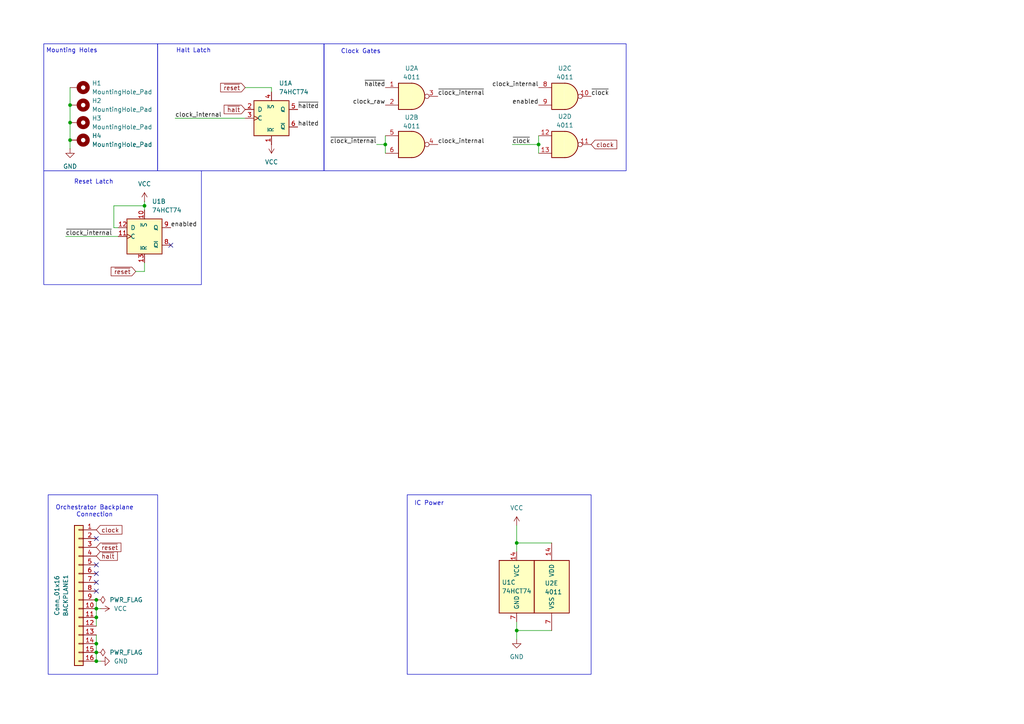
<source format=kicad_sch>
(kicad_sch (version 20250114) (generator "eeschema") (generator_version "9.0")
  (paper "A4")
  (title_block (title "PC-14 CLOCK MODULE") (date "2025-11-24") (rev "A"))
  (lib_symbols
    (symbol "4xxx:4011" (pin_names (offset 1.016))
      (property "Reference" "U" (at 0 1.27 0))
      (property "Value" "4011" (at 0 -1.27 0))
      (symbol "4011_1_1"
        (arc (start 0 3.81) (mid 3.7934 0) (end 0 -3.81) (stroke (width 0.254)) (fill (type background)))
        (polyline (pts (xy 0 3.81) (xy -3.81 3.81) (xy -3.81 -3.81) (xy 0 -3.81)) (stroke (width 0.254)) (fill (type background)))
        (pin input line (at -7.62 2.54 0) (length 3.81) (name "~") (number "1"))
        (pin input line (at -7.62 -2.54 0) (length 3.81) (name "~") (number "2"))
        (pin output inverted (at 7.62 0 180) (length 3.81) (name "~") (number "3"))
      )
      (symbol "4011_1_2"
        (arc (start -3.81 3.81) (mid -2.589 0) (end -3.81 -3.81) (stroke (width 0.254)))
        (polyline (pts (xy -3.81 3.81) (xy -0.635 3.81)) (stroke (width 0.254)) (fill (type background)))
        (polyline (pts (xy -3.81 -3.81) (xy -0.635 -3.81)) (stroke (width 0.254)) (fill (type background)))
        (arc (start 3.81 0) (mid 2.1855 -2.584) (end -0.6096 -3.81) (stroke (width 0.254)) (fill (type background)))
        (arc (start -0.6096 3.81) (mid 2.1928 2.5924) (end 3.81 0) (stroke (width 0.254)) (fill (type background)))
        (polyline (pts (xy -0.635 3.81) (xy -3.81 3.81) (xy -3.81 3.81) (xy -3.556 3.4036) (xy -3.0226 2.2606) (xy -2.6924 1.0414) (xy -2.6162 -0.254) (xy -2.7686 -1.4986) (xy -3.175 -2.7178) (xy -3.81 -3.81) (xy -3.81 -3.81) (xy -0.635 -3.81)) (stroke (width -25.4)) (fill (type background)))
        (pin input inverted (at -7.62 2.54 0) (length 4.318) (name "~") (number "1"))
        (pin input inverted (at -7.62 -2.54 0) (length 4.318) (name "~") (number "2"))
        (pin output line (at 7.62 0 180) (length 3.81) (name "~") (number "3"))
      )
      (symbol "4011_2_1"
        (arc (start 0 3.81) (mid 3.7934 0) (end 0 -3.81) (stroke (width 0.254)) (fill (type background)))
        (polyline (pts (xy 0 3.81) (xy -3.81 3.81) (xy -3.81 -3.81) (xy 0 -3.81)) (stroke (width 0.254)) (fill (type background)))
        (pin input line (at -7.62 2.54 0) (length 3.81) (name "~") (number "5"))
        (pin input line (at -7.62 -2.54 0) (length 3.81) (name "~") (number "6"))
        (pin output inverted (at 7.62 0 180) (length 3.81) (name "~") (number "4"))
      )
      (symbol "4011_2_2"
        (arc (start -3.81 3.81) (mid -2.589 0) (end -3.81 -3.81) (stroke (width 0.254)))
        (polyline (pts (xy -3.81 3.81) (xy -0.635 3.81)) (stroke (width 0.254)) (fill (type background)))
        (polyline (pts (xy -3.81 -3.81) (xy -0.635 -3.81)) (stroke (width 0.254)) (fill (type background)))
        (arc (start 3.81 0) (mid 2.1855 -2.584) (end -0.6096 -3.81) (stroke (width 0.254)) (fill (type background)))
        (arc (start -0.6096 3.81) (mid 2.1928 2.5924) (end 3.81 0) (stroke (width 0.254)) (fill (type background)))
        (polyline (pts (xy -0.635 3.81) (xy -3.81 3.81) (xy -3.81 3.81) (xy -3.556 3.4036) (xy -3.0226 2.2606) (xy -2.6924 1.0414) (xy -2.6162 -0.254) (xy -2.7686 -1.4986) (xy -3.175 -2.7178) (xy -3.81 -3.81) (xy -3.81 -3.81) (xy -0.635 -3.81)) (stroke (width -25.4)) (fill (type background)))
        (pin input inverted (at -7.62 2.54 0) (length 4.318) (name "~") (number "5"))
        (pin input inverted (at -7.62 -2.54 0) (length 4.318) (name "~") (number "6"))
        (pin output line (at 7.62 0 180) (length 3.81) (name "~") (number "4"))
      )
      (symbol "4011_3_1"
        (arc (start 0 3.81) (mid 3.7934 0) (end 0 -3.81) (stroke (width 0.254)) (fill (type background)))
        (polyline (pts (xy 0 3.81) (xy -3.81 3.81) (xy -3.81 -3.81) (xy 0 -3.81)) (stroke (width 0.254)) (fill (type background)))
        (pin input line (at -7.62 2.54 0) (length 3.81) (name "~") (number "8"))
        (pin input line (at -7.62 -2.54 0) (length 3.81) (name "~") (number "9"))
        (pin output inverted (at 7.62 0 180) (length 3.81) (name "~") (number "10"))
      )
      (symbol "4011_3_2"
        (arc (start -3.81 3.81) (mid -2.589 0) (end -3.81 -3.81) (stroke (width 0.254)))
        (polyline (pts (xy -3.81 3.81) (xy -0.635 3.81)) (stroke (width 0.254)) (fill (type background)))
        (polyline (pts (xy -3.81 -3.81) (xy -0.635 -3.81)) (stroke (width 0.254)) (fill (type background)))
        (arc (start 3.81 0) (mid 2.1855 -2.584) (end -0.6096 -3.81) (stroke (width 0.254)) (fill (type background)))
        (arc (start -0.6096 3.81) (mid 2.1928 2.5924) (end 3.81 0) (stroke (width 0.254)) (fill (type background)))
        (polyline (pts (xy -0.635 3.81) (xy -3.81 3.81) (xy -3.81 3.81) (xy -3.556 3.4036) (xy -3.0226 2.2606) (xy -2.6924 1.0414) (xy -2.6162 -0.254) (xy -2.7686 -1.4986) (xy -3.175 -2.7178) (xy -3.81 -3.81) (xy -3.81 -3.81) (xy -0.635 -3.81)) (stroke (width -25.4)) (fill (type background)))
        (pin input inverted (at -7.62 2.54 0) (length 4.318) (name "~") (number "8"))
        (pin input inverted (at -7.62 -2.54 0) (length 4.318) (name "~") (number "9"))
        (pin output line (at 7.62 0 180) (length 3.81) (name "~") (number "10"))
      )
      (symbol "4011_4_1"
        (arc (start 0 3.81) (mid 3.7934 0) (end 0 -3.81) (stroke (width 0.254)) (fill (type background)))
        (polyline (pts (xy 0 3.81) (xy -3.81 3.81) (xy -3.81 -3.81) (xy 0 -3.81)) (stroke (width 0.254)) (fill (type background)))
        (pin input line (at -7.62 2.54 0) (length 3.81) (name "~") (number "12"))
        (pin input line (at -7.62 -2.54 0) (length 3.81) (name "~") (number "13"))
        (pin output inverted (at 7.62 0 180) (length 3.81) (name "~") (number "11"))
      )
      (symbol "4011_4_2"
        (arc (start -3.81 3.81) (mid -2.589 0) (end -3.81 -3.81) (stroke (width 0.254)))
        (polyline (pts (xy -3.81 3.81) (xy -0.635 3.81)) (stroke (width 0.254)) (fill (type background)))
        (polyline (pts (xy -3.81 -3.81) (xy -0.635 -3.81)) (stroke (width 0.254)) (fill (type background)))
        (arc (start 3.81 0) (mid 2.1855 -2.584) (end -0.6096 -3.81) (stroke (width 0.254)) (fill (type background)))
        (arc (start -0.6096 3.81) (mid 2.1928 2.5924) (end 3.81 0) (stroke (width 0.254)) (fill (type background)))
        (polyline (pts (xy -0.635 3.81) (xy -3.81 3.81) (xy -3.81 3.81) (xy -3.556 3.4036) (xy -3.0226 2.2606) (xy -2.6924 1.0414) (xy -2.6162 -0.254) (xy -2.7686 -1.4986) (xy -3.175 -2.7178) (xy -3.81 -3.81) (xy -3.81 -3.81) (xy -0.635 -3.81)) (stroke (width -25.4)) (fill (type background)))
        (pin input inverted (at -7.62 2.54 0) (length 4.318) (name "~") (number "12"))
        (pin input inverted (at -7.62 -2.54 0) (length 4.318) (name "~") (number "13"))
        (pin output line (at 7.62 0 180) (length 3.81) (name "~") (number "11"))
      )
      (symbol "4011_5_0"
        (pin power_in line (at 0 12.7 270) (length 5.08) (name "VDD") (number "14"))
        (pin power_in line (at 0 -12.7 90) (length 5.08) (name "VSS") (number "7"))
      )
      (symbol "4011_5_1"
        (rectangle (start -5.08 7.62) (end 5.08 -7.62) (stroke (width 0.254)) (fill (type background)))
      )
    )
    (symbol "74xx:74HCT74" (pin_names (offset 1.016))
      (property "Reference" "U" (at -7.62 8.89 0))
      (property "Value" "74HCT74" (at -7.62 -8.89 0))
      (symbol "74HCT74_1_0"
        (pin input line (at -7.62 2.54 0) (length 2.54) (name "D") (number "2"))
        (pin input clock (at -7.62 0 0) (length 2.54) (name "C") (number "3"))
        (pin input line (at 0 7.62 270) (length 2.54) (name "~{S}") (number "4"))
        (pin input line (at 0 -7.62 90) (length 2.54) (name "~{R}") (number "1"))
        (pin output line (at 7.62 2.54 180) (length 2.54) (name "Q") (number "5"))
        (pin output line (at 7.62 -2.54 180) (length 2.54) (name "~{Q}") (number "6"))
      )
      (symbol "74HCT74_1_1"
        (rectangle (start -5.08 5.08) (end 5.08 -5.08) (stroke (width 0.254)) (fill (type background)))
      )
      (symbol "74HCT74_2_0"
        (pin input line (at -7.62 2.54 0) (length 2.54) (name "D") (number "12"))
        (pin input clock (at -7.62 0 0) (length 2.54) (name "C") (number "11"))
        (pin input line (at 0 7.62 270) (length 2.54) (name "~{S}") (number "10"))
        (pin input line (at 0 -7.62 90) (length 2.54) (name "~{R}") (number "13"))
        (pin output line (at 7.62 2.54 180) (length 2.54) (name "Q") (number "9"))
        (pin output line (at 7.62 -2.54 180) (length 2.54) (name "~{Q}") (number "8"))
      )
      (symbol "74HCT74_2_1"
        (rectangle (start -5.08 5.08) (end 5.08 -5.08) (stroke (width 0.254)) (fill (type background)))
      )
      (symbol "74HCT74_3_0"
        (pin power_in line (at 0 10.16 270) (length 2.54) (name "VCC") (number "14"))
        (pin power_in line (at 0 -10.16 90) (length 2.54) (name "GND") (number "7"))
      )
      (symbol "74HCT74_3_1"
        (rectangle (start -5.08 7.62) (end 5.08 -7.62) (stroke (width 0.254)) (fill (type background)))
      )
    )
    (symbol "Connector_Generic:Conn_01x16" (pin_names (offset 1.016) (hide yes))
      (property "Reference" "J" (at 0 20.32 0))
      (property "Value" "Conn_01x16" (at 0 -22.86 0))
      (symbol "Conn_01x16_1_1"
        (rectangle (start -1.27 19.05) (end 1.27 -21.59) (stroke (width 0.254)) (fill (type background)))
        (rectangle (start -1.27 17.907) (end 0 17.653) (stroke (width 0.1524)))
        (rectangle (start -1.27 15.367) (end 0 15.113) (stroke (width 0.1524)))
        (rectangle (start -1.27 12.827) (end 0 12.573) (stroke (width 0.1524)))
        (rectangle (start -1.27 10.287) (end 0 10.033) (stroke (width 0.1524)))
        (rectangle (start -1.27 7.747) (end 0 7.493) (stroke (width 0.1524)))
        (rectangle (start -1.27 5.207) (end 0 4.953) (stroke (width 0.1524)))
        (rectangle (start -1.27 2.667) (end 0 2.413) (stroke (width 0.1524)))
        (rectangle (start -1.27 0.127) (end 0 -0.127) (stroke (width 0.1524)))
        (rectangle (start -1.27 -2.413) (end 0 -2.667) (stroke (width 0.1524)))
        (rectangle (start -1.27 -4.953) (end 0 -5.207) (stroke (width 0.1524)))
        (rectangle (start -1.27 -7.493) (end 0 -7.747) (stroke (width 0.1524)))
        (rectangle (start -1.27 -10.033) (end 0 -10.287) (stroke (width 0.1524)))
        (rectangle (start -1.27 -12.573) (end 0 -12.827) (stroke (width 0.1524)))
        (rectangle (start -1.27 -15.113) (end 0 -15.367) (stroke (width 0.1524)))
        (rectangle (start -1.27 -17.653) (end 0 -17.907) (stroke (width 0.1524)))
        (rectangle (start -1.27 -20.193) (end 0 -20.447) (stroke (width 0.1524)))
        (pin passive line (at -5.08 17.78 0) (length 3.81) (name "Pin_1") (number "1"))
        (pin passive line (at -5.08 15.24 0) (length 3.81) (name "Pin_2") (number "2"))
        (pin passive line (at -5.08 12.7 0) (length 3.81) (name "Pin_3") (number "3"))
        (pin passive line (at -5.08 10.16 0) (length 3.81) (name "Pin_4") (number "4"))
        (pin passive line (at -5.08 7.62 0) (length 3.81) (name "Pin_5") (number "5"))
        (pin passive line (at -5.08 5.08 0) (length 3.81) (name "Pin_6") (number "6"))
        (pin passive line (at -5.08 2.54 0) (length 3.81) (name "Pin_7") (number "7"))
        (pin passive line (at -5.08 0 0) (length 3.81) (name "Pin_8") (number "8"))
        (pin passive line (at -5.08 -2.54 0) (length 3.81) (name "Pin_9") (number "9"))
        (pin passive line (at -5.08 -5.08 0) (length 3.81) (name "Pin_10") (number "10"))
        (pin passive line (at -5.08 -7.62 0) (length 3.81) (name "Pin_11") (number "11"))
        (pin passive line (at -5.08 -10.16 0) (length 3.81) (name "Pin_12") (number "12"))
        (pin passive line (at -5.08 -12.7 0) (length 3.81) (name "Pin_13") (number "13"))
        (pin passive line (at -5.08 -15.24 0) (length 3.81) (name "Pin_14") (number "14"))
        (pin passive line (at -5.08 -17.78 0) (length 3.81) (name "Pin_15") (number "15"))
        (pin passive line (at -5.08 -20.32 0) (length 3.81) (name "Pin_16") (number "16"))
      )
    )
    (symbol "Mechanical:MountingHole_Pad" (pin_numbers (hide yes)) (pin_names (offset 1.016) (hide yes)) (exclude_from_sim yes) (in_bom no)
      (property "Reference" "H" (at 0 6.35 0))
      (property "Value" "MountingHole_Pad" (at 0 4.445 0))
      (symbol "MountingHole_Pad_0_1"
        (circle (center 0 1.27) (radius 1.27) (stroke (width 1.27)))
      )
      (symbol "MountingHole_Pad_1_1"
        (pin input line (at 0 -2.54 90) (length 2.54) (name "1") (number "1"))
      )
    )
    (symbol "power:GND" (power) (pin_numbers (hide yes)) (pin_names (offset 0) (hide yes))
      (property "Value" "GND" (at 0 -3.81 0))
      (symbol "GND_0_1"
        (polyline (pts (xy 0 0) (xy 0 -1.27) (xy 1.27 -1.27) (xy 0 -2.54) (xy -1.27 -1.27) (xy 0 -1.27)))
      )
      (symbol "GND_1_1"
        (pin power_in line (at 0 0 270) (length 0) (name "~") (number "1"))
      )
    )
    (symbol "power:PWR_FLAG" (power) (pin_numbers (hide yes)) (pin_names (offset 0) (hide yes))
      (property "Value" "PWR_FLAG" (at 0 3.81 0))
      (symbol "PWR_FLAG_0_0"
        (pin power_out line (at 0 0 90) (length 0) (name "~") (number "1"))
      )
      (symbol "PWR_FLAG_0_1"
        (polyline (pts (xy 0 0) (xy 0 1.27) (xy -1.016 1.905) (xy 0 2.54) (xy 1.016 1.905) (xy 0 1.27)))
      )
    )
    (symbol "power:VCC" (power) (pin_numbers (hide yes)) (pin_names (offset 0) (hide yes))
      (property "Value" "VCC" (at 0 3.556 0))
      (symbol "VCC_0_1"
        (polyline (pts (xy -0.762 1.27) (xy 0 2.54)))
        (polyline (pts (xy 0 2.54) (xy 0.762 1.27)))
        (polyline (pts (xy 0 0) (xy 0 2.54)))
      )
      (symbol "VCC_1_1"
        (pin power_in line (at 0 0 90) (length 0) (name "~") (number "1"))
      )
    )
  )
  (rectangle (start 45.72 12.7) (end 93.98 49.53))
  (rectangle (start 12.7 12.7) (end 45.72 49.53))
  (rectangle (start 13.97 143.51) (end 45.72 195.58))
  (rectangle (start 12.7 49.53) (end 58.42 82.55))
  (rectangle (start 118.11 143.51) (end 171.45 195.58))
  (rectangle (start 93.98 12.7) (end 181.61 49.53))
  (text "Mounting Holes" (at 20.828 14.732 0) (effects (font (size 1.27 1.27))))
  (text "IC Power" (at 124.46 146.05 0) (effects (font (size 1.27 1.27))))
  (text "Reset Latch" (at 27.178 52.832 0) (effects (font (size 1.27 1.27))))
  (text "Halt Latch\n" (at 56.134 14.732 0) (effects (font (size 1.27 1.27))))
  (text "Orchestrator Backplane\nConnection" (at 27.432 148.336 0) (effects (font (size 1.27 1.27))))
  (text "Clock Gates" (at 104.648 14.986 0) (effects (font (size 1.27 1.27))))
  (junction (at 149.86 182.88))
  (junction (at 111.76 41.91))
  (junction (at 27.94 189.23))
  (junction (at 27.94 176.53))
  (junction (at 27.94 191.77))
  (junction (at 156.21 41.91))
  (junction (at 20.32 40.64))
  (junction (at 41.91 59.69))
  (junction (at 20.32 35.56))
  (junction (at 27.94 173.99))
  (junction (at 27.94 179.07))
  (junction (at 27.94 186.69))
  (junction (at 149.86 157.48))
  (junction (at 20.32 30.48))
  (no_connect (at 27.94 166.37))
  (no_connect (at 27.94 156.21))
  (no_connect (at 49.53 71.12))
  (no_connect (at 27.94 163.83))
  (no_connect (at 27.94 171.45))
  (no_connect (at 27.94 168.91))
  (wire (pts (xy 34.29 66.04) (xy 33.02 66.04)))
  (wire (pts (xy 50.8 34.29) (xy 71.12 34.29)))
  (wire (pts (xy 27.94 184.15) (xy 27.94 186.69)))
  (wire (pts (xy 149.86 152.4) (xy 149.86 157.48)))
  (wire (pts (xy 149.86 157.48) (xy 149.86 160.02)))
  (wire (pts (xy 29.21 191.77) (xy 27.94 191.77)))
  (wire (pts (xy 20.32 35.56) (xy 20.32 40.64)))
  (wire (pts (xy 20.32 25.4) (xy 20.32 30.48)))
  (wire (pts (xy 27.94 179.07) (xy 27.94 181.61)))
  (wire (pts (xy 148.59 41.91) (xy 156.21 41.91)))
  (wire (pts (xy 78.74 25.4) (xy 78.74 26.67)))
  (wire (pts (xy 111.76 41.91) (xy 111.76 44.45)))
  (wire (pts (xy 149.86 180.34) (xy 149.86 182.88)))
  (wire (pts (xy 41.91 58.42) (xy 41.91 59.69)))
  (wire (pts (xy 41.91 59.69) (xy 41.91 60.96)))
  (wire (pts (xy 27.94 176.53) (xy 27.94 173.99)))
  (wire (pts (xy 109.22 41.91) (xy 111.76 41.91)))
  (wire (pts (xy 41.91 78.74) (xy 39.37 78.74)))
  (wire (pts (xy 27.94 186.69) (xy 27.94 189.23)))
  (wire (pts (xy 27.94 176.53) (xy 27.94 179.07)))
  (wire (pts (xy 156.21 41.91) (xy 156.21 44.45)))
  (wire (pts (xy 156.21 39.37) (xy 156.21 41.91)))
  (wire (pts (xy 41.91 76.2) (xy 41.91 78.74)))
  (wire (pts (xy 149.86 157.48) (xy 160.02 157.48)))
  (wire (pts (xy 71.12 25.4) (xy 78.74 25.4)))
  (wire (pts (xy 111.76 39.37) (xy 111.76 41.91)))
  (wire (pts (xy 160.02 182.88) (xy 149.86 182.88)))
  (wire (pts (xy 33.02 59.69) (xy 41.91 59.69)))
  (wire (pts (xy 33.02 66.04) (xy 33.02 59.69)))
  (wire (pts (xy 149.86 182.88) (xy 149.86 185.42)))
  (wire (pts (xy 29.21 176.53) (xy 27.94 176.53)))
  (wire (pts (xy 27.94 189.23) (xy 27.94 191.77)))
  (wire (pts (xy 20.32 43.18) (xy 20.32 40.64)))
  (wire (pts (xy 19.05 68.58) (xy 34.29 68.58)))
  (wire (pts (xy 20.32 30.48) (xy 20.32 35.56)))
  (label "clock_internal" (at 50.8 34.29 0))
  (label "enabled" (at 156.21 30.48 180))
  (label "~{clock_internal}" (at 19.05 68.58 0))
  (label "enabled" (at 49.53 66.04 0))
  (label "~{halted}" (at 86.36 31.75 0))
  (label "~{clock}" (at 148.59 41.91 0))
  (label "~{clock}" (at 171.45 27.94 0))
  (label "~{clock_internal}" (at 127 27.94 0))
  (label "~{clock_internal}" (at 109.22 41.91 180))
  (label "clock_internal" (at 127 41.91 0))
  (label "clock_internal" (at 156.21 25.4 180))
  (label "halted" (at 86.36 36.83 0))
  (label "~{halted}" (at 111.76 25.4 180))
  (label "clock_raw" (at 111.76 30.48 180))
  (global_label "~{reset}" (shape input) (at 27.94 158.75 0) (property "Intersheetrefs" "${INTERSHEET_REFS}" (effects (hide yes))))
  (global_label "~{halt}" (shape input) (at 71.12 31.75 180) (property "Intersheetrefs" "${INTERSHEET_REFS}" (effects (hide yes))))
  (global_label "~{halt}" (shape input) (at 27.94 161.29 0) (property "Intersheetrefs" "${INTERSHEET_REFS}" (effects (hide yes))))
  (global_label "~{reset}" (shape input) (at 71.12 25.4 180) (property "Intersheetrefs" "${INTERSHEET_REFS}" (effects (hide yes))))
  (global_label "~{reset}" (shape input) (at 39.37 78.74 180) (property "Intersheetrefs" "${INTERSHEET_REFS}" (effects (hide yes))))
  (global_label "clock" (shape input) (at 171.45 41.91 0) (property "Intersheetrefs" "${INTERSHEET_REFS}" (effects (hide yes))))
  (global_label "clock" (shape input) (at 27.94 153.67 0) (property "Intersheetrefs" "${INTERSHEET_REFS}" (effects (hide yes))))
  (symbol (lib_id "power:GND") (at 29.21 191.77 90) (mirror x) (unit 1)
    (property "Reference" "#PWR03" (effects (hide yes)))
    (property "Value" "GND" (at 33.02 191.7699 90) (effects (justify right)))
    (property "Description" "Power symbol creates a global label with name \"GND\" , ground" (effects (hide yes)))
  )
  (symbol (lib_id "4xxx:4011") (at 163.83 41.91 0) (unit 4)
    (property "Reference" "U2" (at 163.83 33.782 0))
    (property "Value" "4011" (at 163.83 36.322 0))
    (property "Datasheet" "http://www.intersil.com/content/dam/Intersil/documents/cd40/cd4011bms-12bms-23bms.pdf" (effects (hide yes)))
    (property "Description" "Quad Nand 2 inputs" (effects (hide yes)))
  )
  (symbol (lib_id "power:GND") (at 149.86 185.42 0) (unit 1)
    (property "Reference" "#PWR07" (effects (hide yes)))
    (property "Value" "GND" (at 149.86 190.5 0))
    (property "Description" "Power symbol creates a global label with name \"GND\" , ground" (effects (hide yes)))
  )
  (symbol (lib_id "power:VCC") (at 29.21 176.53 270) (mirror x) (unit 1)
    (property "Reference" "#PWR02" (effects (hide yes)))
    (property "Value" "VCC" (at 33.02 176.5299 90) (effects (justify left)))
    (property "Description" "Power symbol creates a global label with name \"VCC\"" (effects (hide yes)))
  )
  (symbol (lib_id "4xxx:4011") (at 119.38 27.94 0) (unit 1)
    (property "Reference" "U2" (at 119.38 19.812 0))
    (property "Value" "4011" (at 119.38 22.352 0))
    (property "Datasheet" "http://www.intersil.com/content/dam/Intersil/documents/cd40/cd4011bms-12bms-23bms.pdf" (effects (hide yes)))
    (property "Description" "Quad Nand 2 inputs" (effects (hide yes)))
  )
  (symbol (lib_id "Mechanical:MountingHole_Pad") (at 22.86 30.48 270) (unit 1) (exclude_from_sim yes) (in_bom no)
    (property "Reference" "H2" (at 26.67 29.2099 90) (effects (justify left)))
    (property "Value" "MountingHole_Pad" (at 26.67 31.7499 90) (effects (justify left)))
    (property "Footprint" "MountingHole:MountingHole_3.2mm_M3_Pad_Via" (effects (hide yes)))
    (property "Description" "Mounting Hole with connection" (effects (hide yes)))
  )
  (symbol (lib_id "power:VCC") (at 41.91 58.42 0) (unit 1)
    (property "Reference" "#PWR05" (effects (hide yes)))
    (property "Value" "VCC" (at 41.91 53.34 0))
    (property "Description" "Power symbol creates a global label with name \"VCC\"" (effects (hide yes)))
  )
  (symbol (lib_id "power:VCC") (at 78.74 41.91 180) (unit 1)
    (property "Reference" "#PWR04" (effects (hide yes)))
    (property "Value" "VCC" (at 78.74 46.99 0))
    (property "Description" "Power symbol creates a global label with name \"VCC\"" (effects (hide yes)))
  )
  (symbol (lib_id "74xx:74HCT74") (at 149.86 170.18 0) (unit 3)
    (property "Reference" "U1" (at 145.542 168.91 0) (effects (justify left)))
    (property "Value" "74HCT74" (at 145.542 171.45 0) (effects (justify left)))
    (property "Datasheet" "https://assets.nexperia.com/documents/data-sheet/74HC_HCT74.pdf" (effects (hide yes)))
    (property "Description" "Dual D Flip-flop, Set & Reset" (effects (hide yes)))
  )
  (symbol (lib_id "Mechanical:MountingHole_Pad") (at 22.86 25.4 270) (unit 1) (exclude_from_sim yes) (in_bom no)
    (property "Reference" "H1" (at 26.67 24.1299 90) (effects (justify left)))
    (property "Value" "MountingHole_Pad" (at 26.67 26.6699 90) (effects (justify left)))
    (property "Footprint" "MountingHole:MountingHole_3.2mm_M3_Pad_Via" (effects (hide yes)))
    (property "Description" "Mounting Hole with connection" (effects (hide yes)))
  )
  (symbol (lib_id "power:VCC") (at 149.86 152.4 0) (unit 1)
    (property "Reference" "#PWR06" (effects (hide yes)))
    (property "Value" "VCC" (at 149.86 147.32 0))
    (property "Description" "Power symbol creates a global label with name \"VCC\"" (effects (hide yes)))
  )
  (symbol (lib_id "power:GND") (at 20.32 43.18 0) (unit 1)
    (property "Reference" "#PWR01" (effects (hide yes)))
    (property "Value" "GND" (at 20.32 48.26 0))
    (property "Description" "Power symbol creates a global label with name \"GND\" , ground" (effects (hide yes)))
  )
  (symbol (lib_id "74xx:74HCT74") (at 78.74 34.29 0) (unit 1)
    (property "Reference" "U1" (at 80.8833 24.13 0) (effects (justify left)))
    (property "Value" "74HCT74" (at 80.8833 26.67 0) (effects (justify left)))
    (property "Datasheet" "https://assets.nexperia.com/documents/data-sheet/74HC_HCT74.pdf" (effects (hide yes)))
    (property "Description" "Dual D Flip-flop, Set & Reset" (effects (hide yes)))
  )
  (symbol (lib_id "Mechanical:MountingHole_Pad") (at 22.86 35.56 270) (unit 1) (exclude_from_sim yes) (in_bom no)
    (property "Reference" "H3" (at 26.67 34.2899 90) (effects (justify left)))
    (property "Value" "MountingHole_Pad" (at 26.67 36.8299 90) (effects (justify left)))
    (property "Footprint" "MountingHole:MountingHole_3.2mm_M3_Pad_Via" (effects (hide yes)))
    (property "Description" "Mounting Hole with connection" (effects (hide yes)))
  )
  (symbol (lib_id "74xx:74HCT74") (at 41.91 68.58 0) (unit 2)
    (property "Reference" "U1" (at 44.0533 58.42 0) (effects (justify left)))
    (property "Value" "74HCT74" (at 44.0533 60.96 0) (effects (justify left)))
    (property "Datasheet" "https://assets.nexperia.com/documents/data-sheet/74HC_HCT74.pdf" (effects (hide yes)))
    (property "Description" "Dual D Flip-flop, Set & Reset" (effects (hide yes)))
  )
  (symbol (lib_id "power:PWR_FLAG") (at 27.94 189.23 270) (mirror x) (unit 1)
    (property "Reference" "#FLG02" (effects (hide yes)))
    (property "Value" "PWR_FLAG" (at 31.75 189.2299 90) (effects (justify left)))
    (property "Description" "Special symbol for telling ERC where power comes from" (effects (hide yes)))
  )
  (symbol (lib_id "Mechanical:MountingHole_Pad") (at 22.86 40.64 270) (unit 1) (exclude_from_sim yes) (in_bom no)
    (property "Reference" "H4" (at 26.67 39.3699 90) (effects (justify left)))
    (property "Value" "MountingHole_Pad" (at 26.67 41.9099 90) (effects (justify left)))
    (property "Footprint" "MountingHole:MountingHole_3.2mm_M3_Pad_Via" (effects (hide yes)))
    (property "Description" "Mounting Hole with connection" (effects (hide yes)))
  )
  (symbol (lib_id "4xxx:4011") (at 119.38 41.91 0) (unit 2)
    (property "Reference" "U2" (at 119.38 34.036 0))
    (property "Value" "4011" (at 119.38 36.576 0))
    (property "Datasheet" "http://www.intersil.com/content/dam/Intersil/documents/cd40/cd4011bms-12bms-23bms.pdf" (effects (hide yes)))
    (property "Description" "Quad Nand 2 inputs" (effects (hide yes)))
  )
  (symbol (lib_id "Connector_Generic:Conn_01x16") (at 22.86 171.45 0) (mirror y) (unit 1)
    (property "Reference" "BACKPLANE1" (at 19.05 172.72 90))
    (property "Value" "Conn_01x16" (at 16.51 172.72 90))
    (property "Footprint" "Connector_IDC:IDC-Header_2x08_P2.54mm_Horizontal" (effects (hide yes)))
    (property "Description" "Generic connector, single row, 01x16, script generated (kicad-library-utils/schlib/autogen/connector/)" (effects (hide yes)))
  )
  (symbol (lib_id "4xxx:4011") (at 163.83 27.94 0) (unit 3)
    (property "Reference" "U2" (at 163.83 19.812 0))
    (property "Value" "4011" (at 163.83 22.352 0))
    (property "Datasheet" "http://www.intersil.com/content/dam/Intersil/documents/cd40/cd4011bms-12bms-23bms.pdf" (effects (hide yes)))
    (property "Description" "Quad Nand 2 inputs" (effects (hide yes)))
  )
  (symbol (lib_id "4xxx:4011") (at 160.02 170.18 0) (unit 5)
    (property "Reference" "U2" (at 157.988 169.164 0) (effects (justify left)))
    (property "Value" "4011" (at 157.988 171.704 0) (effects (justify left)))
    (property "Datasheet" "http://www.intersil.com/content/dam/Intersil/documents/cd40/cd4011bms-12bms-23bms.pdf" (effects (hide yes)))
    (property "Description" "Quad Nand 2 inputs" (effects (hide yes)))
  )
  (symbol (lib_id "power:PWR_FLAG") (at 27.94 173.99 270) (mirror x) (unit 1)
    (property "Reference" "#FLG01" (effects (hide yes)))
    (property "Value" "PWR_FLAG" (at 31.75 173.9899 90) (effects (justify left)))
    (property "Description" "Special symbol for telling ERC where power comes from" (effects (hide yes)))
  )
)
</source>
